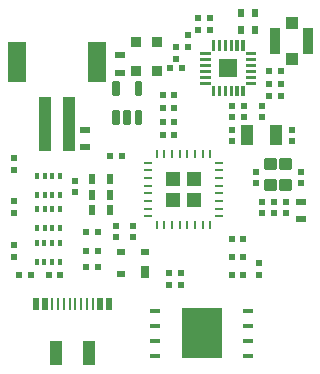
<source format=gbr>
G04 EAGLE Gerber RS-274X export*
G75*
%MOMM*%
%FSLAX34Y34*%
%LPD*%
%INSolderpaste Top*%
%IPPOS*%
%AMOC8*
5,1,8,0,0,1.08239X$1,22.5*%
G01*
%ADD10R,0.600000X0.500000*%
%ADD11R,0.600000X0.900000*%
%ADD12R,0.900000X0.600000*%
%ADD13R,1.000000X1.800000*%
%ADD14R,0.700000X0.250000*%
%ADD15R,0.250000X0.700000*%
%ADD16R,1.300000X1.300000*%
%ADD17R,0.711200X1.016000*%
%ADD18R,0.685800X0.609600*%
%ADD19R,1.580000X1.580000*%
%ADD20C,0.067500*%
%ADD21R,0.500000X0.600000*%
%ADD22R,0.850000X2.200000*%
%ADD23R,1.000000X1.050000*%
%ADD24R,0.600000X0.800000*%
%ADD25R,0.950000X0.450000*%
%ADD26R,3.450000X4.350000*%
%ADD27C,0.300000*%
%ADD28R,1.000000X4.600000*%
%ADD29R,1.600000X3.400000*%
%ADD30R,0.520000X1.000000*%
%ADD31R,0.270000X1.000000*%
%ADD32R,1.000000X2.000000*%
%ADD33R,0.450000X0.600000*%
%ADD34R,0.940000X0.890000*%


D10*
X218694Y89996D03*
X218694Y99996D03*
D11*
X92590Y171450D03*
X77590Y171450D03*
D10*
X152400Y91995D03*
X152400Y81995D03*
X220980Y152320D03*
X220980Y142320D03*
X231140Y152320D03*
X231140Y142320D03*
D12*
X254000Y152280D03*
X254000Y137280D03*
D10*
X142240Y91995D03*
X142240Y81995D03*
X241300Y152320D03*
X241300Y142320D03*
D11*
X92590Y158115D03*
X77590Y158115D03*
X92590Y144780D03*
X77590Y144780D03*
D10*
X246380Y203280D03*
X246380Y213280D03*
X195580Y203280D03*
X195580Y213280D03*
D13*
X208480Y208280D03*
X233480Y208280D03*
D14*
X184940Y139810D03*
X184940Y146310D03*
X184940Y152810D03*
X184940Y159310D03*
X184940Y165810D03*
X184940Y172310D03*
X184940Y178810D03*
X184940Y185310D03*
D15*
X177690Y192560D03*
X171190Y192560D03*
X164690Y192560D03*
X158190Y192560D03*
X151690Y192560D03*
X145190Y192560D03*
X138690Y192560D03*
X132190Y192560D03*
D14*
X124940Y185310D03*
X124940Y178810D03*
X124940Y172310D03*
X124940Y165810D03*
X124940Y159310D03*
X124940Y152810D03*
X124940Y146310D03*
X124940Y139810D03*
D15*
X132190Y132560D03*
X138690Y132560D03*
X145190Y132560D03*
X151690Y132560D03*
X158190Y132560D03*
X164690Y132560D03*
X171190Y132560D03*
X177690Y132560D03*
D16*
X163940Y153560D03*
X163940Y171560D03*
X145940Y171560D03*
X145940Y153560D03*
D17*
X122428Y92456D03*
D18*
X122428Y109474D03*
X102108Y109474D03*
X102108Y90678D03*
D10*
X159004Y283290D03*
X159004Y293290D03*
D19*
X192405Y265430D03*
D20*
X207792Y253943D02*
X215718Y253943D01*
X215718Y251917D01*
X207792Y251917D01*
X207792Y253943D01*
X207792Y252558D02*
X215718Y252558D01*
X215718Y253199D02*
X207792Y253199D01*
X207792Y253840D02*
X215718Y253840D01*
X215718Y258943D02*
X207792Y258943D01*
X215718Y258943D02*
X215718Y256917D01*
X207792Y256917D01*
X207792Y258943D01*
X207792Y257558D02*
X215718Y257558D01*
X215718Y258199D02*
X207792Y258199D01*
X207792Y258840D02*
X215718Y258840D01*
X215718Y263943D02*
X207792Y263943D01*
X215718Y263943D02*
X215718Y261917D01*
X207792Y261917D01*
X207792Y263943D01*
X207792Y262558D02*
X215718Y262558D01*
X215718Y263199D02*
X207792Y263199D01*
X207792Y263840D02*
X215718Y263840D01*
X215718Y268943D02*
X207792Y268943D01*
X215718Y268943D02*
X215718Y266917D01*
X207792Y266917D01*
X207792Y268943D01*
X207792Y267558D02*
X215718Y267558D01*
X215718Y268199D02*
X207792Y268199D01*
X207792Y268840D02*
X215718Y268840D01*
X215718Y273943D02*
X207792Y273943D01*
X215718Y273943D02*
X215718Y271917D01*
X207792Y271917D01*
X207792Y273943D01*
X207792Y272558D02*
X215718Y272558D01*
X215718Y273199D02*
X207792Y273199D01*
X207792Y273840D02*
X215718Y273840D01*
X215718Y278943D02*
X207792Y278943D01*
X215718Y278943D02*
X215718Y276917D01*
X207792Y276917D01*
X207792Y278943D01*
X207792Y277558D02*
X215718Y277558D01*
X215718Y278199D02*
X207792Y278199D01*
X207792Y278840D02*
X215718Y278840D01*
X203892Y280817D02*
X203892Y288743D01*
X205918Y288743D01*
X205918Y280817D01*
X203892Y280817D01*
X203892Y281458D02*
X205918Y281458D01*
X205918Y282099D02*
X203892Y282099D01*
X203892Y282740D02*
X205918Y282740D01*
X205918Y283381D02*
X203892Y283381D01*
X203892Y284022D02*
X205918Y284022D01*
X205918Y284663D02*
X203892Y284663D01*
X203892Y285304D02*
X205918Y285304D01*
X205918Y285945D02*
X203892Y285945D01*
X203892Y286586D02*
X205918Y286586D01*
X205918Y287227D02*
X203892Y287227D01*
X203892Y287868D02*
X205918Y287868D01*
X205918Y288509D02*
X203892Y288509D01*
X198892Y288743D02*
X198892Y280817D01*
X198892Y288743D02*
X200918Y288743D01*
X200918Y280817D01*
X198892Y280817D01*
X198892Y281458D02*
X200918Y281458D01*
X200918Y282099D02*
X198892Y282099D01*
X198892Y282740D02*
X200918Y282740D01*
X200918Y283381D02*
X198892Y283381D01*
X198892Y284022D02*
X200918Y284022D01*
X200918Y284663D02*
X198892Y284663D01*
X198892Y285304D02*
X200918Y285304D01*
X200918Y285945D02*
X198892Y285945D01*
X198892Y286586D02*
X200918Y286586D01*
X200918Y287227D02*
X198892Y287227D01*
X198892Y287868D02*
X200918Y287868D01*
X200918Y288509D02*
X198892Y288509D01*
X193892Y288743D02*
X193892Y280817D01*
X193892Y288743D02*
X195918Y288743D01*
X195918Y280817D01*
X193892Y280817D01*
X193892Y281458D02*
X195918Y281458D01*
X195918Y282099D02*
X193892Y282099D01*
X193892Y282740D02*
X195918Y282740D01*
X195918Y283381D02*
X193892Y283381D01*
X193892Y284022D02*
X195918Y284022D01*
X195918Y284663D02*
X193892Y284663D01*
X193892Y285304D02*
X195918Y285304D01*
X195918Y285945D02*
X193892Y285945D01*
X193892Y286586D02*
X195918Y286586D01*
X195918Y287227D02*
X193892Y287227D01*
X193892Y287868D02*
X195918Y287868D01*
X195918Y288509D02*
X193892Y288509D01*
X188892Y288743D02*
X188892Y280817D01*
X188892Y288743D02*
X190918Y288743D01*
X190918Y280817D01*
X188892Y280817D01*
X188892Y281458D02*
X190918Y281458D01*
X190918Y282099D02*
X188892Y282099D01*
X188892Y282740D02*
X190918Y282740D01*
X190918Y283381D02*
X188892Y283381D01*
X188892Y284022D02*
X190918Y284022D01*
X190918Y284663D02*
X188892Y284663D01*
X188892Y285304D02*
X190918Y285304D01*
X190918Y285945D02*
X188892Y285945D01*
X188892Y286586D02*
X190918Y286586D01*
X190918Y287227D02*
X188892Y287227D01*
X188892Y287868D02*
X190918Y287868D01*
X190918Y288509D02*
X188892Y288509D01*
X183892Y288743D02*
X183892Y280817D01*
X183892Y288743D02*
X185918Y288743D01*
X185918Y280817D01*
X183892Y280817D01*
X183892Y281458D02*
X185918Y281458D01*
X185918Y282099D02*
X183892Y282099D01*
X183892Y282740D02*
X185918Y282740D01*
X185918Y283381D02*
X183892Y283381D01*
X183892Y284022D02*
X185918Y284022D01*
X185918Y284663D02*
X183892Y284663D01*
X183892Y285304D02*
X185918Y285304D01*
X185918Y285945D02*
X183892Y285945D01*
X183892Y286586D02*
X185918Y286586D01*
X185918Y287227D02*
X183892Y287227D01*
X183892Y287868D02*
X185918Y287868D01*
X185918Y288509D02*
X183892Y288509D01*
X178892Y288743D02*
X178892Y280817D01*
X178892Y288743D02*
X180918Y288743D01*
X180918Y280817D01*
X178892Y280817D01*
X178892Y281458D02*
X180918Y281458D01*
X180918Y282099D02*
X178892Y282099D01*
X178892Y282740D02*
X180918Y282740D01*
X180918Y283381D02*
X178892Y283381D01*
X178892Y284022D02*
X180918Y284022D01*
X180918Y284663D02*
X178892Y284663D01*
X178892Y285304D02*
X180918Y285304D01*
X180918Y285945D02*
X178892Y285945D01*
X178892Y286586D02*
X180918Y286586D01*
X180918Y287227D02*
X178892Y287227D01*
X178892Y287868D02*
X180918Y287868D01*
X180918Y288509D02*
X178892Y288509D01*
X177018Y278943D02*
X169092Y278943D01*
X177018Y278943D02*
X177018Y276917D01*
X169092Y276917D01*
X169092Y278943D01*
X169092Y277558D02*
X177018Y277558D01*
X177018Y278199D02*
X169092Y278199D01*
X169092Y278840D02*
X177018Y278840D01*
X177018Y273943D02*
X169092Y273943D01*
X177018Y273943D02*
X177018Y271917D01*
X169092Y271917D01*
X169092Y273943D01*
X169092Y272558D02*
X177018Y272558D01*
X177018Y273199D02*
X169092Y273199D01*
X169092Y273840D02*
X177018Y273840D01*
X177018Y268943D02*
X169092Y268943D01*
X177018Y268943D02*
X177018Y266917D01*
X169092Y266917D01*
X169092Y268943D01*
X169092Y267558D02*
X177018Y267558D01*
X177018Y268199D02*
X169092Y268199D01*
X169092Y268840D02*
X177018Y268840D01*
X177018Y263943D02*
X169092Y263943D01*
X177018Y263943D02*
X177018Y261917D01*
X169092Y261917D01*
X169092Y263943D01*
X169092Y262558D02*
X177018Y262558D01*
X177018Y263199D02*
X169092Y263199D01*
X169092Y263840D02*
X177018Y263840D01*
X177018Y258943D02*
X169092Y258943D01*
X177018Y258943D02*
X177018Y256917D01*
X169092Y256917D01*
X169092Y258943D01*
X169092Y257558D02*
X177018Y257558D01*
X177018Y258199D02*
X169092Y258199D01*
X169092Y258840D02*
X177018Y258840D01*
X177018Y253943D02*
X169092Y253943D01*
X177018Y253943D02*
X177018Y251917D01*
X169092Y251917D01*
X169092Y253943D01*
X169092Y252558D02*
X177018Y252558D01*
X177018Y253199D02*
X169092Y253199D01*
X169092Y253840D02*
X177018Y253840D01*
X178892Y250043D02*
X178892Y242117D01*
X178892Y250043D02*
X180918Y250043D01*
X180918Y242117D01*
X178892Y242117D01*
X178892Y242758D02*
X180918Y242758D01*
X180918Y243399D02*
X178892Y243399D01*
X178892Y244040D02*
X180918Y244040D01*
X180918Y244681D02*
X178892Y244681D01*
X178892Y245322D02*
X180918Y245322D01*
X180918Y245963D02*
X178892Y245963D01*
X178892Y246604D02*
X180918Y246604D01*
X180918Y247245D02*
X178892Y247245D01*
X178892Y247886D02*
X180918Y247886D01*
X180918Y248527D02*
X178892Y248527D01*
X178892Y249168D02*
X180918Y249168D01*
X180918Y249809D02*
X178892Y249809D01*
X183892Y250043D02*
X183892Y242117D01*
X183892Y250043D02*
X185918Y250043D01*
X185918Y242117D01*
X183892Y242117D01*
X183892Y242758D02*
X185918Y242758D01*
X185918Y243399D02*
X183892Y243399D01*
X183892Y244040D02*
X185918Y244040D01*
X185918Y244681D02*
X183892Y244681D01*
X183892Y245322D02*
X185918Y245322D01*
X185918Y245963D02*
X183892Y245963D01*
X183892Y246604D02*
X185918Y246604D01*
X185918Y247245D02*
X183892Y247245D01*
X183892Y247886D02*
X185918Y247886D01*
X185918Y248527D02*
X183892Y248527D01*
X183892Y249168D02*
X185918Y249168D01*
X185918Y249809D02*
X183892Y249809D01*
X188892Y250043D02*
X188892Y242117D01*
X188892Y250043D02*
X190918Y250043D01*
X190918Y242117D01*
X188892Y242117D01*
X188892Y242758D02*
X190918Y242758D01*
X190918Y243399D02*
X188892Y243399D01*
X188892Y244040D02*
X190918Y244040D01*
X190918Y244681D02*
X188892Y244681D01*
X188892Y245322D02*
X190918Y245322D01*
X190918Y245963D02*
X188892Y245963D01*
X188892Y246604D02*
X190918Y246604D01*
X190918Y247245D02*
X188892Y247245D01*
X188892Y247886D02*
X190918Y247886D01*
X190918Y248527D02*
X188892Y248527D01*
X188892Y249168D02*
X190918Y249168D01*
X190918Y249809D02*
X188892Y249809D01*
X193892Y250043D02*
X193892Y242117D01*
X193892Y250043D02*
X195918Y250043D01*
X195918Y242117D01*
X193892Y242117D01*
X193892Y242758D02*
X195918Y242758D01*
X195918Y243399D02*
X193892Y243399D01*
X193892Y244040D02*
X195918Y244040D01*
X195918Y244681D02*
X193892Y244681D01*
X193892Y245322D02*
X195918Y245322D01*
X195918Y245963D02*
X193892Y245963D01*
X193892Y246604D02*
X195918Y246604D01*
X195918Y247245D02*
X193892Y247245D01*
X193892Y247886D02*
X195918Y247886D01*
X195918Y248527D02*
X193892Y248527D01*
X193892Y249168D02*
X195918Y249168D01*
X195918Y249809D02*
X193892Y249809D01*
X198892Y250043D02*
X198892Y242117D01*
X198892Y250043D02*
X200918Y250043D01*
X200918Y242117D01*
X198892Y242117D01*
X198892Y242758D02*
X200918Y242758D01*
X200918Y243399D02*
X198892Y243399D01*
X198892Y244040D02*
X200918Y244040D01*
X200918Y244681D02*
X198892Y244681D01*
X198892Y245322D02*
X200918Y245322D01*
X200918Y245963D02*
X198892Y245963D01*
X198892Y246604D02*
X200918Y246604D01*
X200918Y247245D02*
X198892Y247245D01*
X198892Y247886D02*
X200918Y247886D01*
X200918Y248527D02*
X198892Y248527D01*
X198892Y249168D02*
X200918Y249168D01*
X200918Y249809D02*
X198892Y249809D01*
X203892Y250043D02*
X203892Y242117D01*
X203892Y250043D02*
X205918Y250043D01*
X205918Y242117D01*
X203892Y242117D01*
X203892Y242758D02*
X205918Y242758D01*
X205918Y243399D02*
X203892Y243399D01*
X203892Y244040D02*
X205918Y244040D01*
X205918Y244681D02*
X203892Y244681D01*
X203892Y245322D02*
X205918Y245322D01*
X205918Y245963D02*
X203892Y245963D01*
X203892Y246604D02*
X205918Y246604D01*
X205918Y247245D02*
X203892Y247245D01*
X203892Y247886D02*
X205918Y247886D01*
X205918Y248527D02*
X203892Y248527D01*
X203892Y249168D02*
X205918Y249168D01*
X205918Y249809D02*
X203892Y249809D01*
D21*
X167466Y307340D03*
X177466Y307340D03*
X153590Y265430D03*
X143590Y265430D03*
D10*
X148590Y273130D03*
X148590Y283130D03*
D21*
X177466Y297815D03*
X167466Y297815D03*
D10*
X205740Y223600D03*
X205740Y233600D03*
X195580Y223600D03*
X195580Y233600D03*
X220980Y223600D03*
X220980Y233600D03*
D21*
X237410Y241300D03*
X227410Y241300D03*
X227410Y262890D03*
X237410Y262890D03*
D22*
X260130Y288290D03*
X232630Y288290D03*
D23*
X246380Y273040D03*
X246380Y303540D03*
D24*
X203550Y297800D03*
X215550Y297800D03*
X215550Y311800D03*
X203550Y311800D03*
D21*
X227410Y251460D03*
X237410Y251460D03*
X205660Y120650D03*
X195660Y120650D03*
X205660Y105410D03*
X195660Y105410D03*
X205660Y90170D03*
X195660Y90170D03*
D10*
X11176Y105744D03*
X11176Y115744D03*
D21*
X102790Y191262D03*
X92790Y191262D03*
D25*
X131180Y59690D03*
X131180Y46990D03*
X131180Y34290D03*
X131180Y21590D03*
X209180Y21590D03*
X209180Y34290D03*
X209180Y46990D03*
X209180Y59690D03*
D26*
X170180Y40640D03*
D27*
X237800Y162990D02*
X244800Y162990D01*
X237800Y162990D02*
X237800Y169990D01*
X244800Y169990D01*
X244800Y162990D01*
X244800Y165840D02*
X237800Y165840D01*
X237800Y168690D02*
X244800Y168690D01*
X244800Y180530D02*
X237800Y180530D01*
X237800Y187530D01*
X244800Y187530D01*
X244800Y180530D01*
X244800Y183380D02*
X237800Y183380D01*
X237800Y186230D02*
X244800Y186230D01*
X232100Y162990D02*
X225100Y162990D01*
X225100Y169990D01*
X232100Y169990D01*
X232100Y162990D01*
X232100Y165840D02*
X225100Y165840D01*
X225100Y168690D02*
X232100Y168690D01*
X232100Y180530D02*
X225100Y180530D01*
X225100Y187530D01*
X232100Y187530D01*
X232100Y180530D01*
X232100Y183380D02*
X225100Y183380D01*
X225100Y186230D02*
X232100Y186230D01*
D28*
X38006Y218270D03*
X58006Y218270D03*
D29*
X14006Y270270D03*
X82006Y270270D03*
D12*
X71374Y198240D03*
X71374Y213240D03*
X101092Y261486D03*
X101092Y276486D03*
D10*
X97790Y132000D03*
X97790Y122000D03*
X111760Y132000D03*
X111760Y122000D03*
D21*
X72470Y110744D03*
X82470Y110744D03*
X82216Y126238D03*
X72216Y126238D03*
D10*
X11176Y189150D03*
X11176Y179150D03*
X11176Y152574D03*
X11176Y142574D03*
X63246Y160100D03*
X63246Y170100D03*
X254000Y177720D03*
X254000Y167720D03*
X215900Y177720D03*
X215900Y167720D03*
D21*
X82470Y96774D03*
X72470Y96774D03*
X137240Y219710D03*
X147240Y219710D03*
X137240Y231140D03*
X147240Y231140D03*
X147240Y208280D03*
X137240Y208280D03*
X147240Y242570D03*
X137240Y242570D03*
X25828Y90170D03*
X15828Y90170D03*
X40720Y90170D03*
X50720Y90170D03*
D30*
X29960Y65864D03*
X91960Y65864D03*
X37460Y65864D03*
X84460Y65864D03*
D31*
X43460Y65864D03*
X78460Y65864D03*
X48460Y65864D03*
X53460Y65864D03*
X58460Y65864D03*
X63460Y65864D03*
X68460Y65864D03*
X73460Y65864D03*
D32*
X46960Y23864D03*
X74960Y23864D03*
D33*
X50136Y117474D03*
X43636Y117474D03*
X37136Y117474D03*
X30636Y117474D03*
X30636Y101474D03*
X37136Y101474D03*
X43636Y101474D03*
X50136Y101474D03*
D27*
X99188Y218662D02*
X99188Y227862D01*
X99188Y218662D02*
X96188Y218662D01*
X96188Y227862D01*
X99188Y227862D01*
X99188Y221512D02*
X96188Y221512D01*
X96188Y224362D02*
X99188Y224362D01*
X99188Y227212D02*
X96188Y227212D01*
X108688Y227862D02*
X108688Y218662D01*
X105688Y218662D01*
X105688Y227862D01*
X108688Y227862D01*
X108688Y221512D02*
X105688Y221512D01*
X105688Y224362D02*
X108688Y224362D01*
X108688Y227212D02*
X105688Y227212D01*
X118188Y227862D02*
X118188Y218662D01*
X115188Y218662D01*
X115188Y227862D01*
X118188Y227862D01*
X118188Y221512D02*
X115188Y221512D01*
X115188Y224362D02*
X118188Y224362D01*
X118188Y227212D02*
X115188Y227212D01*
X118188Y243562D02*
X118188Y252762D01*
X118188Y243562D02*
X115188Y243562D01*
X115188Y252762D01*
X118188Y252762D01*
X118188Y246412D02*
X115188Y246412D01*
X115188Y249262D02*
X118188Y249262D01*
X118188Y252112D02*
X115188Y252112D01*
X99188Y252762D02*
X99188Y243562D01*
X96188Y243562D01*
X96188Y252762D01*
X99188Y252762D01*
X99188Y246412D02*
X96188Y246412D01*
X96188Y249262D02*
X99188Y249262D01*
X99188Y252112D02*
X96188Y252112D01*
D34*
X115102Y287482D03*
X115102Y262682D03*
X132802Y262682D03*
X132802Y287482D03*
D33*
X50390Y145668D03*
X43890Y145668D03*
X37390Y145668D03*
X30890Y145668D03*
X30890Y129668D03*
X37390Y129668D03*
X43890Y129668D03*
X50390Y129668D03*
X50390Y173608D03*
X43890Y173608D03*
X37390Y173608D03*
X30890Y173608D03*
X30890Y157608D03*
X37390Y157608D03*
X43890Y157608D03*
X50390Y157608D03*
M02*

</source>
